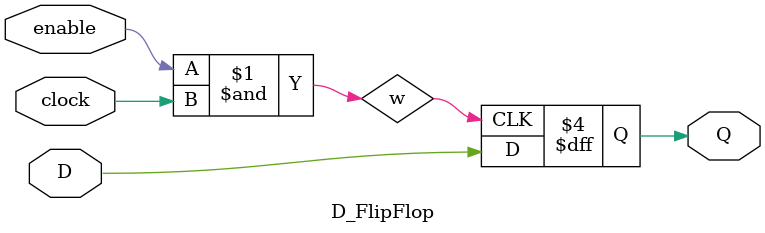
<source format=v>
`timescale 1ns / 1ps
module D_FlipFlop(D,enable,clock,Q);
input D, clock, enable; // clock input 
output reg Q; // output Q 

wire w;

and(w,enable,clock);

initial
begin
Q=0;
end

always @(posedge w) 
begin
 Q = D; 
end

endmodule

</source>
